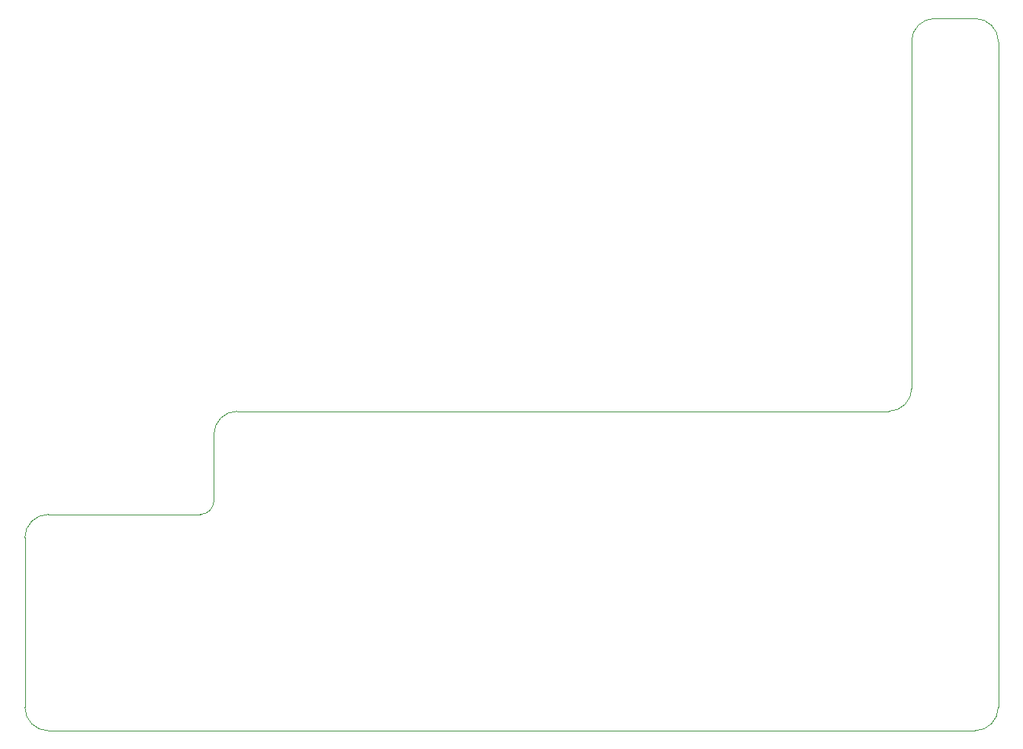
<source format=gbr>
%TF.GenerationSoftware,KiCad,Pcbnew,9.0.1-9.0.1-0~ubuntu24.04.1*%
%TF.CreationDate,2025-04-26T12:20:14-07:00*%
%TF.ProjectId,NX-IndicatorBoard,4e582d49-6e64-4696-9361-746f72426f61,1*%
%TF.SameCoordinates,Original*%
%TF.FileFunction,Profile,NP*%
%FSLAX46Y46*%
G04 Gerber Fmt 4.6, Leading zero omitted, Abs format (unit mm)*
G04 Created by KiCad (PCBNEW 9.0.1-9.0.1-0~ubuntu24.04.1) date 2025-04-26 12:20:14*
%MOMM*%
%LPD*%
G01*
G04 APERTURE LIST*
%TA.AperFunction,Profile*%
%ADD10C,0.100000*%
%TD*%
G04 APERTURE END LIST*
D10*
X55000000Y-123400000D02*
X54992200Y-104606400D01*
X160451972Y-47016972D02*
G75*
G02*
X163051928Y-49616972I28J-2599928D01*
G01*
X160435000Y-126000000D02*
X57600000Y-126000000D01*
X153416000Y-88030000D02*
G75*
G02*
X150876000Y-90570000I-2540000J0D01*
G01*
X153416000Y-49556972D02*
X153416000Y-88030000D01*
X160451972Y-47016972D02*
X155956000Y-47016972D01*
X163051972Y-49616972D02*
X163035000Y-123400000D01*
X78570000Y-90570000D02*
X150876000Y-90570000D01*
X57592200Y-102006400D02*
X74471400Y-102007800D01*
X75970000Y-93170000D02*
G75*
G02*
X78570000Y-90570000I2600000J0D01*
G01*
X163035000Y-123400000D02*
G75*
G02*
X160435000Y-126000000I-2600000J0D01*
G01*
X75971400Y-100507800D02*
X75970000Y-93170000D01*
X54992200Y-104606400D02*
G75*
G02*
X57592200Y-102006400I2600000J0D01*
G01*
X153416000Y-49556972D02*
G75*
G02*
X155956000Y-47017000I2540000J-28D01*
G01*
X75971400Y-100507800D02*
G75*
G02*
X74471400Y-102007800I-1500000J0D01*
G01*
X57600000Y-126000000D02*
G75*
G02*
X55000000Y-123400000I0J2600000D01*
G01*
M02*

</source>
